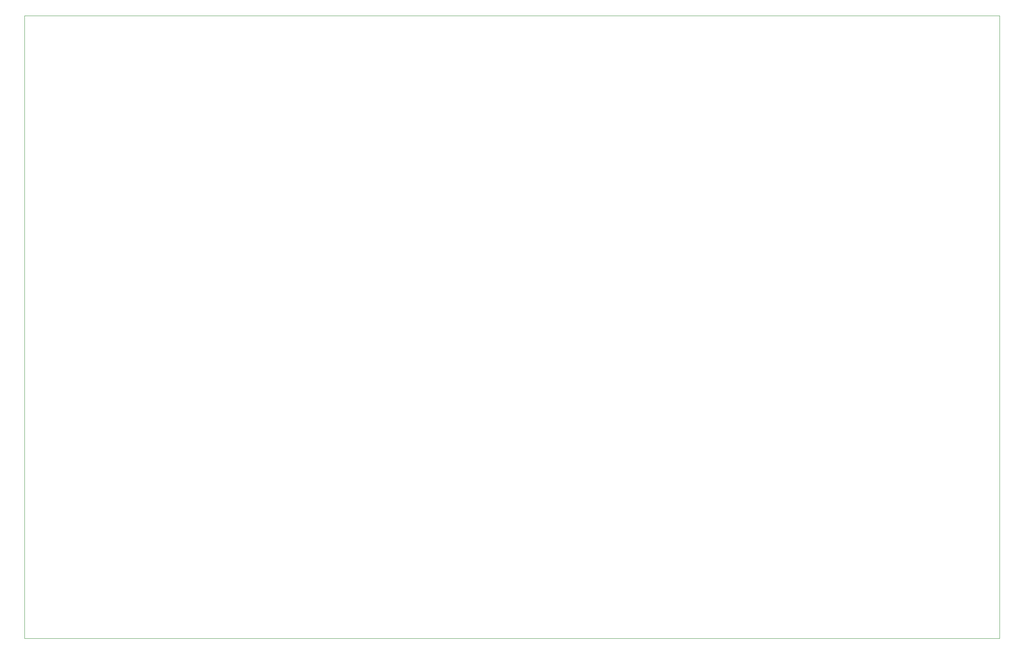
<source format=gbr>
%TF.GenerationSoftware,KiCad,Pcbnew,(5.1.9)-1*%
%TF.CreationDate,2021-11-22T08:04:15-03:00*%
%TF.ProjectId,inversor 1.2,696e7665-7273-46f7-9220-312e322e6b69,rev?*%
%TF.SameCoordinates,Original*%
%TF.FileFunction,Profile,NP*%
%FSLAX46Y46*%
G04 Gerber Fmt 4.6, Leading zero omitted, Abs format (unit mm)*
G04 Created by KiCad (PCBNEW (5.1.9)-1) date 2021-11-22 08:04:15*
%MOMM*%
%LPD*%
G01*
G04 APERTURE LIST*
%TA.AperFunction,Profile*%
%ADD10C,0.100000*%
%TD*%
G04 APERTURE END LIST*
D10*
X38000000Y-155000000D02*
X38000000Y-17000000D01*
X254000000Y-155000000D02*
X38000000Y-155000000D01*
X254000000Y-17000000D02*
X254000000Y-155000000D01*
X38000000Y-17000000D02*
X254000000Y-17000000D01*
M02*

</source>
